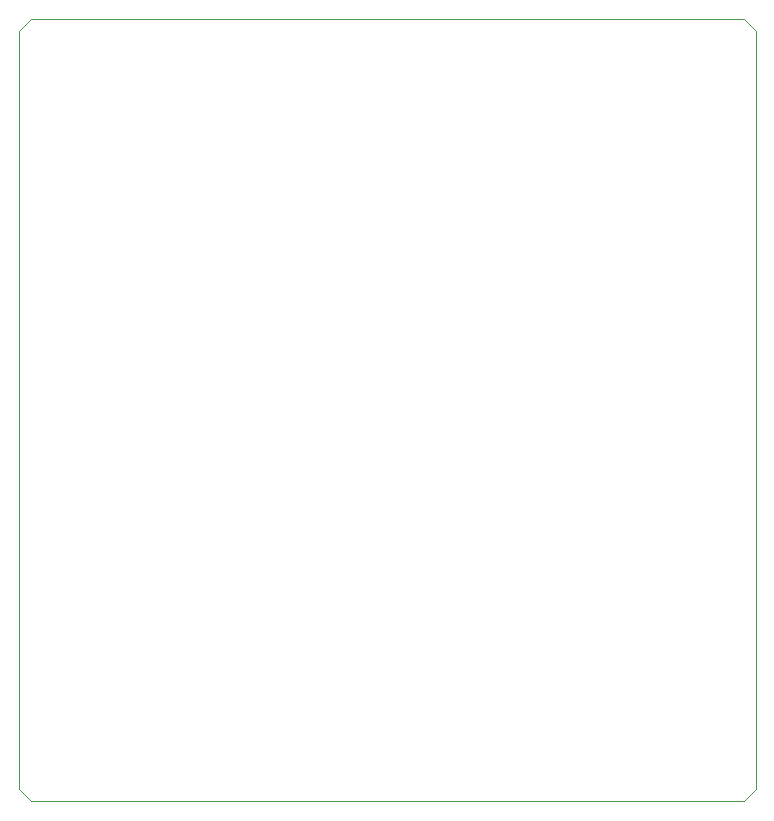
<source format=gbr>
G04 #@! TF.GenerationSoftware,KiCad,Pcbnew,5.1.5-52549c5~86~ubuntu18.04.1*
G04 #@! TF.CreationDate,2020-04-28T10:32:59-07:00*
G04 #@! TF.ProjectId,SHIELD_MIMAS_TFT_BT_POWERSUPPLY,53484945-4c44-45f4-9d49-4d41535f5446,rev?*
G04 #@! TF.SameCoordinates,Original*
G04 #@! TF.FileFunction,Profile,NP*
%FSLAX46Y46*%
G04 Gerber Fmt 4.6, Leading zero omitted, Abs format (unit mm)*
G04 Created by KiCad (PCBNEW 5.1.5-52549c5~86~ubuntu18.04.1) date 2020-04-28 10:32:59*
%MOMM*%
%LPD*%
G04 APERTURE LIST*
%ADD10C,0.050000*%
G04 APERTURE END LIST*
D10*
X118800000Y-132100000D02*
X119800000Y-133100000D01*
X118800000Y-67900000D02*
X118800000Y-132100000D01*
X119800000Y-66900000D02*
X118800000Y-67900000D01*
X180200000Y-66900000D02*
X119800000Y-66900000D01*
X181200000Y-67900000D02*
X180200000Y-66900000D01*
X181200000Y-132100000D02*
X181200000Y-67900000D01*
X180200000Y-133100000D02*
X181200000Y-132100000D01*
X119800000Y-133100000D02*
X180200000Y-133100000D01*
M02*

</source>
